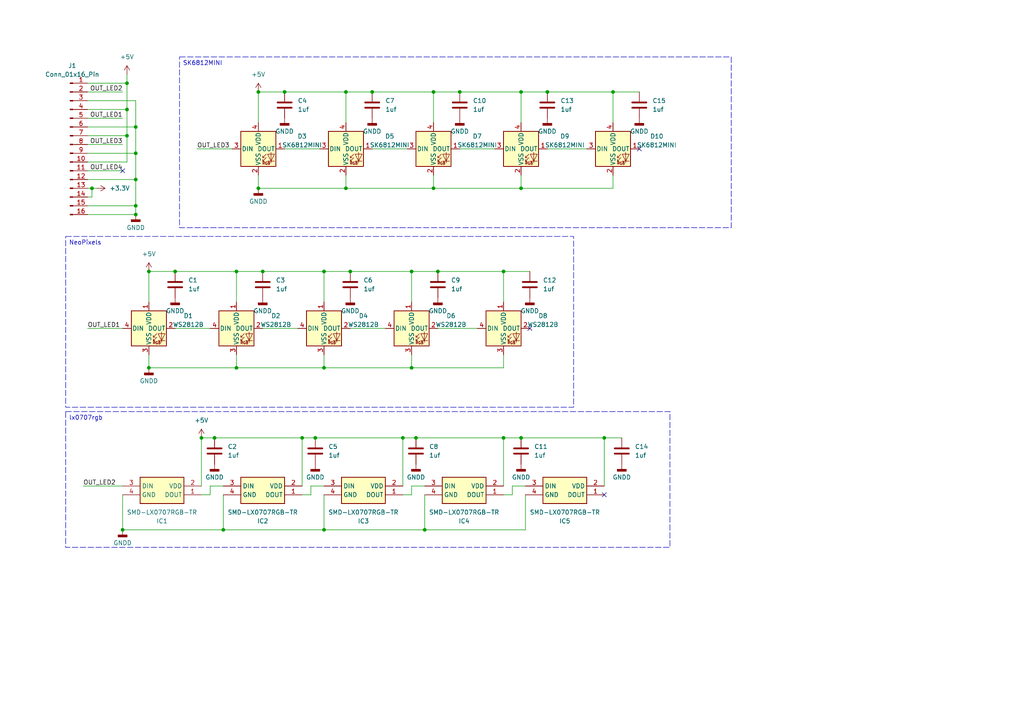
<source format=kicad_sch>
(kicad_sch (version 20230121) (generator eeschema)
  (paper "A4")
  (lib_symbols
    (symbol "Connector:Conn_01x16_Pin" (pin_names (offset 1.016) hide)
      (property "Reference" "J" (at 0 20.32 0))
      (property "Value" "Conn_01x16_Pin" (at 0 -22.86 0))
      (symbol "Conn_01x16_Pin_1_1"
        (polyline (pts (xy 1.27 -20.32) (xy 0.8636 -20.32)) (stroke (width 0.1524)))
        (polyline (pts (xy 1.27 -17.78) (xy 0.8636 -17.78)) (stroke (width 0.1524)))
        (polyline (pts (xy 1.27 -15.24) (xy 0.8636 -15.24)) (stroke (width 0.1524)))
        (polyline (pts (xy 1.27 -12.7) (xy 0.8636 -12.7)) (stroke (width 0.1524)))
        (polyline (pts (xy 1.27 -10.16) (xy 0.8636 -10.16)) (stroke (width 0.1524)))
        (polyline (pts (xy 1.27 -7.62) (xy 0.8636 -7.62)) (stroke (width 0.1524)))
        (polyline (pts (xy 1.27 -5.08) (xy 0.8636 -5.08)) (stroke (width 0.1524)))
        (polyline (pts (xy 1.27 -2.54) (xy 0.8636 -2.54)) (stroke (width 0.1524)))
        (polyline (pts (xy 1.27 0) (xy 0.8636 0)) (stroke (width 0.1524)))
        (polyline (pts (xy 1.27 2.54) (xy 0.8636 2.54)) (stroke (width 0.1524)))
        (polyline (pts (xy 1.27 5.08) (xy 0.8636 5.08)) (stroke (width 0.1524)))
        (polyline (pts (xy 1.27 7.62) (xy 0.8636 7.62)) (stroke (width 0.1524)))
        (polyline (pts (xy 1.27 10.16) (xy 0.8636 10.16)) (stroke (width 0.1524)))
        (polyline (pts (xy 1.27 12.7) (xy 0.8636 12.7)) (stroke (width 0.1524)))
        (polyline (pts (xy 1.27 15.24) (xy 0.8636 15.24)) (stroke (width 0.1524)))
        (polyline (pts (xy 1.27 17.78) (xy 0.8636 17.78)) (stroke (width 0.1524)))
        (rectangle (start 0.8636 -20.193) (end 0 -20.447) (stroke (width 0.1524)) (fill (type outline)))
        (rectangle (start 0.8636 -17.653) (end 0 -17.907) (stroke (width 0.1524)) (fill (type outline)))
        (rectangle (start 0.8636 -15.113) (end 0 -15.367) (stroke (width 0.1524)) (fill (type outline)))
        (rectangle (start 0.8636 -12.573) (end 0 -12.827) (stroke (width 0.1524)) (fill (type outline)))
        (rectangle (start 0.8636 -10.033) (end 0 -10.287) (stroke (width 0.1524)) (fill (type outline)))
        (rectangle (start 0.8636 -7.493) (end 0 -7.747) (stroke (width 0.1524)) (fill (type outline)))
        (rectangle (start 0.8636 -4.953) (end 0 -5.207) (stroke (width 0.1524)) (fill (type outline)))
        (rectangle (start 0.8636 -2.413) (end 0 -2.667) (stroke (width 0.1524)) (fill (type outline)))
        (rectangle (start 0.8636 0.127) (end 0 -0.127) (stroke (width 0.1524)) (fill (type outline)))
        (rectangle (start 0.8636 2.667) (end 0 2.413) (stroke (width 0.1524)) (fill (type outline)))
        (rectangle (start 0.8636 5.207) (end 0 4.953) (stroke (width 0.1524)) (fill (type outline)))
        (rectangle (start 0.8636 7.747) (end 0 7.493) (stroke (width 0.1524)) (fill (type outline)))
        (rectangle (start 0.8636 10.287) (end 0 10.033) (stroke (width 0.1524)) (fill (type outline)))
        (rectangle (start 0.8636 12.827) (end 0 12.573) (stroke (width 0.1524)) (fill (type outline)))
        (rectangle (start 0.8636 15.367) (end 0 15.113) (stroke (width 0.1524)) (fill (type outline)))
        (rectangle (start 0.8636 17.907) (end 0 17.653) (stroke (width 0.1524)) (fill (type outline)))
        (pin passive line (at 5.08 17.78 180) (length 3.81) (name "Pin_1") (number "1"))
        (pin passive line (at 5.08 -5.08 180) (length 3.81) (name "Pin_10") (number "10"))
        (pin passive line (at 5.08 -7.62 180) (length 3.81) (name "Pin_11") (number "11"))
        (pin passive line (at 5.08 -10.16 180) (length 3.81) (name "Pin_12") (number "12"))
        (pin passive line (at 5.08 -12.7 180) (length 3.81) (name "Pin_13") (number "13"))
        (pin passive line (at 5.08 -15.24 180) (length 3.81) (name "Pin_14") (number "14"))
        (pin passive line (at 5.08 -17.78 180) (length 3.81) (name "Pin_15") (number "15"))
        (pin passive line (at 5.08 -20.32 180) (length 3.81) (name "Pin_16") (number "16"))
        (pin passive line (at 5.08 15.24 180) (length 3.81) (name "Pin_2") (number "2"))
        (pin passive line (at 5.08 12.7 180) (length 3.81) (name "Pin_3") (number "3"))
        (pin passive line (at 5.08 10.16 180) (length 3.81) (name "Pin_4") (number "4"))
        (pin passive line (at 5.08 7.62 180) (length 3.81) (name "Pin_5") (number "5"))
        (pin passive line (at 5.08 5.08 180) (length 3.81) (name "Pin_6") (number "6"))
        (pin passive line (at 5.08 2.54 180) (length 3.81) (name "Pin_7") (number "7"))
        (pin passive line (at 5.08 0 180) (length 3.81) (name "Pin_8") (number "8"))
        (pin passive line (at 5.08 -2.54 180) (length 3.81) (name "Pin_9") (number "9"))
      )
    )
    (symbol "Device:C" (pin_numbers hide) (pin_names (offset 0.254))
      (property "Reference" "C" (at 0.635 2.54 0))
      (property "Value" "C" (at 0.635 -2.54 0))
      (symbol "C_0_1"
        (polyline (pts (xy -2.032 -0.762) (xy 2.032 -0.762)) (stroke (width 0.508)))
        (polyline (pts (xy -2.032 0.762) (xy 2.032 0.762)) (stroke (width 0.508)))
      )
      (symbol "C_1_1"
        (pin passive line (at 0 3.81 270) (length 2.794) (name "~") (number "1"))
        (pin passive line (at 0 -3.81 90) (length 2.794) (name "~") (number "2"))
      )
    )
    (symbol "LED:SK6812MINI" (pin_names (offset 0.254))
      (property "Reference" "D" (at 5.08 5.715 0))
      (property "Value" "SK6812MINI" (at 1.27 -5.715 0))
      (symbol "SK6812MINI_0_0"
        (text "RGB" (at 2.286 -4.191 0) (effects (font (size 0.762 0.762))))
      )
      (symbol "SK6812MINI_0_1"
        (polyline (pts (xy 1.27 -3.556) (xy 1.778 -3.556)))
        (polyline (pts (xy 1.27 -2.54) (xy 1.778 -2.54)))
        (polyline (pts (xy 4.699 -3.556) (xy 2.667 -3.556)))
        (polyline (pts (xy 2.286 -2.54) (xy 1.27 -3.556) (xy 1.27 -3.048)))
        (polyline (pts (xy 2.286 -1.524) (xy 1.27 -2.54) (xy 1.27 -2.032)))
        (polyline (pts (xy 3.683 -1.016) (xy 3.683 -3.556) (xy 3.683 -4.064)))
        (polyline (pts (xy 4.699 -1.524) (xy 2.667 -1.524) (xy 3.683 -3.556) (xy 4.699 -1.524)))
        (rectangle (start 5.08 5.08) (end -5.08 -5.08) (stroke (width 0.254)) (fill (type background)))
      )
      (symbol "SK6812MINI_1_1"
        (pin output line (at 7.62 0 180) (length 2.54) (name "DOUT") (number "1"))
        (pin power_in line (at 0 -7.62 90) (length 2.54) (name "VSS") (number "2"))
        (pin input line (at -7.62 0 0) (length 2.54) (name "DIN") (number "3"))
        (pin power_in line (at 0 7.62 270) (length 2.54) (name "VDD") (number "4"))
      )
    )
    (symbol "LED:WS2812B" (pin_names (offset 0.254))
      (property "Reference" "D" (at 5.08 5.715 0))
      (property "Value" "WS2812B" (at 1.27 -5.715 0))
      (symbol "WS2812B_0_0"
        (text "RGB" (at 2.286 -4.191 0) (effects (font (size 0.762 0.762))))
      )
      (symbol "WS2812B_0_1"
        (polyline (pts (xy 1.27 -3.556) (xy 1.778 -3.556)))
        (polyline (pts (xy 1.27 -2.54) (xy 1.778 -2.54)))
        (polyline (pts (xy 4.699 -3.556) (xy 2.667 -3.556)))
        (polyline (pts (xy 2.286 -2.54) (xy 1.27 -3.556) (xy 1.27 -3.048)))
        (polyline (pts (xy 2.286 -1.524) (xy 1.27 -2.54) (xy 1.27 -2.032)))
        (polyline (pts (xy 3.683 -1.016) (xy 3.683 -3.556) (xy 3.683 -4.064)))
        (polyline (pts (xy 4.699 -1.524) (xy 2.667 -1.524) (xy 3.683 -3.556) (xy 4.699 -1.524)))
        (rectangle (start 5.08 5.08) (end -5.08 -5.08) (stroke (width 0.254)) (fill (type background)))
      )
      (symbol "WS2812B_1_1"
        (pin power_in line (at 0 7.62 270) (length 2.54) (name "VDD") (number "1"))
        (pin output line (at 7.62 0 180) (length 2.54) (name "DOUT") (number "2"))
        (pin power_in line (at 0 -7.62 90) (length 2.54) (name "VSS") (number "3"))
        (pin input line (at -7.62 0 0) (length 2.54) (name "DIN") (number "4"))
      )
    )
    (symbol "SamacSys_Parts:SMD-LX0707RGB-TR"
      (property "Reference" "IC1" (at 11.43 7.62 0))
      (property "Value" "SMD-LX0707RGB-TR" (at 11.43 5.08 0))
      (symbol "SMD-LX0707RGB-TR_1_1"
        (rectangle (start 5.08 2.54) (end 17.78 -5.08) (stroke (width 0.254)) (fill (type background)))
        (pin passive line (at 22.86 0 180) (length 5.08) (name "DOUT") (number "1"))
        (pin passive line (at 22.86 -2.54 180) (length 5.08) (name "VDD") (number "2"))
        (pin passive line (at 0 -2.54 0) (length 5.08) (name "DIN") (number "3"))
        (pin passive line (at 0 0 0) (length 5.08) (name "GND") (number "4"))
      )
    )
    (symbol "power:+3.3V" (power) (pin_names (offset 0))
      (property "Value" "+3.3V" (at 0 3.556 0))
      (symbol "+3.3V_0_1"
        (polyline (pts (xy -0.762 1.27) (xy 0 2.54)))
        (polyline (pts (xy 0 0) (xy 0 2.54)))
        (polyline (pts (xy 0 2.54) (xy 0.762 1.27)))
      )
      (symbol "+3.3V_1_1"
        (pin power_in line (at 0 0 90) (length 0) hide (name "+3.3V") (number "1"))
      )
    )
    (symbol "power:+5V" (power) (pin_names (offset 0))
      (property "Value" "+5V" (at 0 3.556 0))
      (symbol "+5V_0_1"
        (polyline (pts (xy -0.762 1.27) (xy 0 2.54)))
        (polyline (pts (xy 0 0) (xy 0 2.54)))
        (polyline (pts (xy 0 2.54) (xy 0.762 1.27)))
      )
      (symbol "+5V_1_1"
        (pin power_in line (at 0 0 90) (length 0) hide (name "+5V") (number "1"))
      )
    )
    (symbol "power:GNDD" (power) (pin_names (offset 0))
      (property "Value" "GNDD" (at 0 -3.175 0))
      (symbol "GNDD_0_1"
        (rectangle (start -1.27 -1.524) (end 1.27 -2.032) (stroke (width 0.254)) (fill (type outline)))
        (polyline (pts (xy 0 0) (xy 0 -1.524)))
      )
      (symbol "GNDD_1_1"
        (pin power_in line (at 0 0 270) (length 0) hide (name "GNDD") (number "1"))
      )
    )
  )
  (junction (at 50.8 78.74))
  (junction (at 93.98 106.68))
  (junction (at 36.83 31.75))
  (junction (at 93.98 78.74))
  (junction (at 39.37 52.07))
  (junction (at 133.35 26.67))
  (junction (at 26.67 54.61))
  (junction (at 87.63 127))
  (junction (at 39.37 62.23))
  (junction (at 123.19 153.67))
  (junction (at 177.8 26.67))
  (junction (at 100.33 26.67))
  (junction (at 120.65 127))
  (junction (at 116.84 127))
  (junction (at 35.56 153.67))
  (junction (at 151.13 127))
  (junction (at 93.98 153.67))
  (junction (at 91.44 127))
  (junction (at 146.05 78.74))
  (junction (at 68.58 78.74))
  (junction (at 146.05 127))
  (junction (at 151.13 26.67))
  (junction (at 39.37 36.83))
  (junction (at 119.38 78.74))
  (junction (at 36.83 39.37))
  (junction (at 119.38 106.68))
  (junction (at 76.2 78.74))
  (junction (at 39.37 59.69))
  (junction (at 74.93 26.67))
  (junction (at 82.55 26.67))
  (junction (at 100.33 54.61))
  (junction (at 58.42 127))
  (junction (at 43.18 78.74))
  (junction (at 158.75 26.67))
  (junction (at 125.73 54.61))
  (junction (at 64.77 153.67))
  (junction (at 151.13 54.61))
  (junction (at 62.23 127))
  (junction (at 101.6 78.74))
  (junction (at 107.95 26.67))
  (junction (at 36.83 24.13))
  (junction (at 74.93 54.61))
  (junction (at 175.26 127))
  (junction (at 39.37 44.45))
  (junction (at 43.18 106.68))
  (junction (at 68.58 106.68))
  (junction (at 127 78.74))
  (junction (at 125.73 26.67))
  (no_connect (at 153.67 95.25))
  (no_connect (at 35.56 49.53))
  (no_connect (at 175.26 143.51))
  (no_connect (at 185.42 43.18))
  (wire (pts (xy 93.98 78.74) (xy 76.2 78.74)))
  (wire (pts (xy 101.6 95.25) (xy 111.76 95.25)))
  (wire (pts (xy 25.4 44.45) (xy 39.37 44.45)))
  (wire (pts (xy 127 78.74) (xy 119.38 78.74)))
  (wire (pts (xy 123.19 143.51) (xy 123.19 153.67)))
  (wire (pts (xy 87.63 140.97) (xy 87.63 127)))
  (wire (pts (xy 127 95.25) (xy 138.43 95.25)))
  (wire (pts (xy 151.13 127) (xy 146.05 127)))
  (wire (pts (xy 119.38 78.74) (xy 119.38 87.63)))
  (wire (pts (xy 120.65 127) (xy 116.84 127)))
  (wire (pts (xy 133.35 26.67) (xy 125.73 26.67)))
  (wire (pts (xy 151.13 26.67) (xy 151.13 35.56)))
  (wire (pts (xy 107.95 43.18) (xy 118.11 43.18)))
  (wire (pts (xy 90.17 143.51) (xy 90.17 140.97)))
  (wire (pts (xy 25.4 41.91) (xy 35.56 41.91)))
  (wire (pts (xy 25.4 29.21) (xy 39.37 29.21)))
  (wire (pts (xy 177.8 50.8) (xy 177.8 54.61)))
  (wire (pts (xy 107.95 26.67) (xy 100.33 26.67)))
  (wire (pts (xy 87.63 143.51) (xy 90.17 143.51)))
  (wire (pts (xy 25.4 52.07) (xy 39.37 52.07)))
  (wire (pts (xy 93.98 78.74) (xy 93.98 87.63)))
  (wire (pts (xy 148.59 140.97) (xy 152.4 140.97)))
  (wire (pts (xy 119.38 143.51) (xy 119.38 140.97)))
  (wire (pts (xy 60.96 140.97) (xy 64.77 140.97)))
  (wire (pts (xy 119.38 102.87) (xy 119.38 106.68)))
  (wire (pts (xy 177.8 26.67) (xy 158.75 26.67)))
  (wire (pts (xy 101.6 78.74) (xy 93.98 78.74)))
  (wire (pts (xy 58.42 143.51) (xy 60.96 143.51)))
  (wire (pts (xy 25.4 62.23) (xy 39.37 62.23)))
  (wire (pts (xy 25.4 59.69) (xy 39.37 59.69)))
  (wire (pts (xy 82.55 43.18) (xy 92.71 43.18)))
  (wire (pts (xy 25.4 36.83) (xy 39.37 36.83)))
  (wire (pts (xy 26.67 54.61) (xy 27.94 54.61)))
  (wire (pts (xy 39.37 29.21) (xy 39.37 36.83)))
  (wire (pts (xy 26.67 57.15) (xy 26.67 54.61)))
  (wire (pts (xy 175.26 127) (xy 180.34 127)))
  (wire (pts (xy 74.93 50.8) (xy 74.93 54.61)))
  (wire (pts (xy 25.4 31.75) (xy 36.83 31.75)))
  (wire (pts (xy 25.4 49.53) (xy 35.56 49.53)))
  (wire (pts (xy 151.13 54.61) (xy 125.73 54.61)))
  (wire (pts (xy 68.58 106.68) (xy 43.18 106.68)))
  (wire (pts (xy 148.59 143.51) (xy 148.59 140.97)))
  (wire (pts (xy 62.23 127) (xy 58.42 127)))
  (wire (pts (xy 82.55 26.67) (xy 74.93 26.67)))
  (wire (pts (xy 100.33 54.61) (xy 74.93 54.61)))
  (wire (pts (xy 177.8 26.67) (xy 185.42 26.67)))
  (wire (pts (xy 125.73 26.67) (xy 125.73 35.56)))
  (wire (pts (xy 35.56 143.51) (xy 35.56 153.67)))
  (wire (pts (xy 158.75 26.67) (xy 151.13 26.67)))
  (wire (pts (xy 25.4 39.37) (xy 36.83 39.37)))
  (wire (pts (xy 36.83 46.99) (xy 36.83 39.37)))
  (wire (pts (xy 93.98 106.68) (xy 68.58 106.68)))
  (wire (pts (xy 119.38 140.97) (xy 123.19 140.97)))
  (wire (pts (xy 175.26 127) (xy 151.13 127)))
  (wire (pts (xy 87.63 127) (xy 62.23 127)))
  (wire (pts (xy 100.33 26.67) (xy 100.33 35.56)))
  (wire (pts (xy 125.73 26.67) (xy 107.95 26.67)))
  (wire (pts (xy 43.18 102.87) (xy 43.18 106.68)))
  (wire (pts (xy 158.75 43.18) (xy 170.18 43.18)))
  (wire (pts (xy 25.4 46.99) (xy 36.83 46.99)))
  (wire (pts (xy 25.4 26.67) (xy 35.56 26.67)))
  (wire (pts (xy 152.4 153.67) (xy 123.19 153.67)))
  (wire (pts (xy 93.98 143.51) (xy 93.98 153.67)))
  (wire (pts (xy 146.05 78.74) (xy 127 78.74)))
  (wire (pts (xy 36.83 24.13) (xy 36.83 21.59)))
  (wire (pts (xy 146.05 106.68) (xy 119.38 106.68)))
  (wire (pts (xy 39.37 44.45) (xy 39.37 52.07)))
  (wire (pts (xy 24.13 140.97) (xy 35.56 140.97)))
  (wire (pts (xy 76.2 78.74) (xy 68.58 78.74)))
  (wire (pts (xy 123.19 153.67) (xy 93.98 153.67)))
  (wire (pts (xy 125.73 50.8) (xy 125.73 54.61)))
  (wire (pts (xy 133.35 43.18) (xy 143.51 43.18)))
  (wire (pts (xy 68.58 102.87) (xy 68.58 106.68)))
  (wire (pts (xy 36.83 39.37) (xy 36.83 31.75)))
  (wire (pts (xy 125.73 54.61) (xy 100.33 54.61)))
  (wire (pts (xy 26.67 54.61) (xy 25.4 54.61)))
  (wire (pts (xy 25.4 57.15) (xy 26.67 57.15)))
  (wire (pts (xy 74.93 26.67) (xy 74.93 35.56)))
  (wire (pts (xy 25.4 24.13) (xy 36.83 24.13)))
  (wire (pts (xy 151.13 50.8) (xy 151.13 54.61)))
  (wire (pts (xy 146.05 140.97) (xy 146.05 127)))
  (wire (pts (xy 152.4 143.51) (xy 152.4 153.67)))
  (wire (pts (xy 25.4 34.29) (xy 35.56 34.29)))
  (wire (pts (xy 119.38 78.74) (xy 101.6 78.74)))
  (wire (pts (xy 146.05 127) (xy 120.65 127)))
  (wire (pts (xy 91.44 127) (xy 87.63 127)))
  (wire (pts (xy 57.15 43.18) (xy 67.31 43.18)))
  (wire (pts (xy 60.96 143.51) (xy 60.96 140.97)))
  (wire (pts (xy 175.26 140.97) (xy 175.26 127)))
  (wire (pts (xy 50.8 78.74) (xy 43.18 78.74)))
  (wire (pts (xy 93.98 102.87) (xy 93.98 106.68)))
  (wire (pts (xy 36.83 31.75) (xy 36.83 24.13)))
  (wire (pts (xy 116.84 127) (xy 91.44 127)))
  (wire (pts (xy 39.37 52.07) (xy 39.37 59.69)))
  (wire (pts (xy 146.05 78.74) (xy 153.67 78.74)))
  (wire (pts (xy 146.05 102.87) (xy 146.05 106.68)))
  (wire (pts (xy 177.8 54.61) (xy 151.13 54.61)))
  (wire (pts (xy 151.13 26.67) (xy 133.35 26.67)))
  (wire (pts (xy 39.37 36.83) (xy 39.37 44.45)))
  (wire (pts (xy 119.38 106.68) (xy 93.98 106.68)))
  (wire (pts (xy 64.77 153.67) (xy 35.56 153.67)))
  (wire (pts (xy 39.37 59.69) (xy 39.37 62.23)))
  (wire (pts (xy 50.8 95.25) (xy 60.96 95.25)))
  (wire (pts (xy 43.18 78.74) (xy 43.18 87.63)))
  (wire (pts (xy 177.8 26.67) (xy 177.8 35.56)))
  (wire (pts (xy 58.42 127) (xy 58.42 140.97)))
  (wire (pts (xy 146.05 143.51) (xy 148.59 143.51)))
  (wire (pts (xy 64.77 143.51) (xy 64.77 153.67)))
  (wire (pts (xy 76.2 95.25) (xy 86.36 95.25)))
  (wire (pts (xy 93.98 153.67) (xy 64.77 153.67)))
  (wire (pts (xy 116.84 143.51) (xy 119.38 143.51)))
  (wire (pts (xy 146.05 78.74) (xy 146.05 87.63)))
  (wire (pts (xy 68.58 78.74) (xy 50.8 78.74)))
  (wire (pts (xy 116.84 140.97) (xy 116.84 127)))
  (wire (pts (xy 25.4 95.25) (xy 35.56 95.25)))
  (wire (pts (xy 90.17 140.97) (xy 93.98 140.97)))
  (wire (pts (xy 68.58 78.74) (xy 68.58 87.63)))
  (wire (pts (xy 100.33 50.8) (xy 100.33 54.61)))
  (wire (pts (xy 100.33 26.67) (xy 82.55 26.67)))
  (text_box "lx0707rgb" (at 19.05 119.38 0) (size 175.26 39.37) (stroke (width 0) (type dash)) (effects (font (size 1.27 1.27)) (justify left top)))
  (text_box "NeoPixels" (at 19.05 68.58 0) (size 147.32 49.53) (stroke (width 0) (type dash)) (effects (font (size 1.27 1.27)) (justify left top)))
  (text_box "SK6812MINI" (at 52.07 16.51 0) (size 160.02 49.53) (stroke (width 0) (type dash)) (effects (font (size 1.27 1.27)) (justify left top)))
  (label "OUT_LED2" (at 24.13 140.97 0))
  (label "OUT_LED2" (at 35.56 26.67 180))
  (label "OUT_LED1" (at 25.4 95.25 0))
  (label "OUT_LED3" (at 57.15 43.18 0))
  (label "OUT_LED4" (at 35.56 49.53 180))
  (label "OUT_LED3" (at 35.56 41.91 180))
  (label "OUT_LED1" (at 35.56 34.29 180))
  (symbol (lib_id "Device:C") (at 50.8 82.55 0) (unit 1)
    (property "Reference" "C1" (at 54.61 81.28 0) (effects (justify left)))
    (property "Value" "1uf" (at 54.61 83.82 0) (effects (justify left)))
    (property "Footprint" "Capacitor_SMD:C_0603_1608Metric_Pad1.08x0.95mm_HandSolder" (effects hide))
  )
  (symbol (lib_id "power:GNDD") (at 133.35 34.29 0) (unit 1)
    (property "Reference" "#PWR019" (effects hide))
    (property "Value" "GNDD" (at 133.35 38.1 0))
  )
  (symbol (lib_id "LED:WS2812B") (at 93.98 95.25 0) (unit 1)
    (property "Reference" "D4" (at 105.41 91.6021 0))
    (property "Value" "WS2812B" (at 105.41 94.1421 0))
    (property "Footprint" "LED_SMD:LED_WS2812B_PLCC4_5.0x5.0mm_P3.2mm" (effects hide))
    (property "Datasheet" "https://cdn-shop.adafruit.com/datasheets/WS2812B.pdf" (effects hide))
  )
  (symbol (lib_id "SamacSys_Parts:SMD-LX0707RGB-TR") (at 64.77 143.51 0) (mirror x) (unit 1)
    (property "Reference" "IC2" (at 76.2 151.13 0))
    (property "Value" "SMD-LX0707RGB-TR" (at 76.2 148.59 0))
    (property "Footprint" "SMDLX0707RGBTR" (effects hide))
    (property "Datasheet" "https://www.lumex.com/spec/SMD-LX0707RGB-TR.pdf" (effects hide))
    (property "Height" "0.65" (effects hide))
    (property "Manufacturer_Name" "Lumex" (effects hide))
    (property "Manufacturer_Part_Number" "SMD-LX0707RGB-TR" (effects hide))
    (property "Mouser Part Number" "696-SMDLX0707RGBTR" (effects hide))
    (property "Mouser Price/Stock" "https://www.mouser.co.uk/ProductDetail/Lumex/SMD-LX0707RGB-TR?qs=u16ybLDytRYfAsx%252BT62puQ%3D%3D" (effects hide))
  )
  (symbol (lib_id "Device:C") (at 76.2 82.55 0) (unit 1)
    (property "Reference" "C3" (at 80.01 81.28 0) (effects (justify left)))
    (property "Value" "1uf" (at 80.01 83.82 0) (effects (justify left)))
    (property "Footprint" "Capacitor_SMD:C_0603_1608Metric_Pad1.08x0.95mm_HandSolder" (effects hide))
  )
  (symbol (lib_id "power:GNDD") (at 39.37 62.23 0) (unit 1)
    (property "Reference" "#PWR04" (effects hide))
    (property "Value" "GNDD" (at 39.37 66.04 0))
  )
  (symbol (lib_id "Device:C") (at 62.23 130.81 0) (unit 1)
    (property "Reference" "C2" (at 66.04 129.54 0) (effects (justify left)))
    (property "Value" "1uf" (at 66.04 132.08 0) (effects (justify left)))
    (property "Footprint" "Capacitor_SMD:C_0603_1608Metric_Pad1.08x0.95mm_HandSolder" (effects hide))
  )
  (symbol (lib_id "LED:SK6812MINI") (at 74.93 43.18 0) (unit 1)
    (property "Reference" "D3" (at 87.63 39.5321 0))
    (property "Value" "SK6812MINI" (at 87.63 42.0721 0))
    (property "Footprint" "LED_SMD:LED_SK6812MINI_PLCC4_3.5x3.5mm_P1.75mm" (effects hide))
    (property "Datasheet" "https://cdn-shop.adafruit.com/product-files/2686/SK6812MINI_REV.01-1-2.pdf" (effects hide))
  )
  (symbol (lib_id "LED:SK6812MINI") (at 125.73 43.18 0) (unit 1)
    (property "Reference" "D7" (at 138.43 39.5321 0))
    (property "Value" "SK6812MINI" (at 138.43 42.0721 0))
    (property "Footprint" "LED_SMD:LED_SK6812MINI_PLCC4_3.5x3.5mm_P1.75mm" (effects hide))
    (property "Datasheet" "https://cdn-shop.adafruit.com/product-files/2686/SK6812MINI_REV.01-1-2.pdf" (effects hide))
  )
  (symbol (lib_id "power:+5V") (at 74.93 26.67 0) (unit 1)
    (property "Reference" "#PWR010" (effects hide))
    (property "Value" "+5V" (at 74.93 21.59 0))
  )
  (symbol (lib_id "Device:C") (at 158.75 30.48 0) (unit 1)
    (property "Reference" "C13" (at 162.56 29.21 0) (effects (justify left)))
    (property "Value" "1uf" (at 162.56 31.75 0) (effects (justify left)))
    (property "Footprint" "Capacitor_SMD:C_0603_1608Metric_Pad1.08x0.95mm_HandSolder" (effects hide))
  )
  (symbol (lib_id "Device:C") (at 151.13 130.81 0) (unit 1)
    (property "Reference" "C11" (at 154.94 129.54 0) (effects (justify left)))
    (property "Value" "1uf" (at 154.94 132.08 0) (effects (justify left)))
    (property "Footprint" "Capacitor_SMD:C_0603_1608Metric_Pad1.08x0.95mm_HandSolder" (effects hide))
  )
  (symbol (lib_id "Device:C") (at 120.65 130.81 0) (unit 1)
    (property "Reference" "C8" (at 124.46 129.54 0) (effects (justify left)))
    (property "Value" "1uf" (at 124.46 132.08 0) (effects (justify left)))
    (property "Footprint" "Capacitor_SMD:C_0603_1608Metric_Pad1.08x0.95mm_HandSolder" (effects hide))
  )
  (symbol (lib_id "LED:SK6812MINI") (at 177.8 43.18 0) (unit 1)
    (property "Reference" "D10" (at 190.5 39.5321 0))
    (property "Value" "SK6812MINI" (at 190.5 42.0721 0))
    (property "Footprint" "LED_SMD:LED_SK6812MINI_PLCC4_3.5x3.5mm_P1.75mm" (effects hide))
    (property "Datasheet" "https://cdn-shop.adafruit.com/product-files/2686/SK6812MINI_REV.01-1-2.pdf" (effects hide))
  )
  (symbol (lib_id "Device:C") (at 133.35 30.48 0) (unit 1)
    (property "Reference" "C10" (at 137.16 29.21 0) (effects (justify left)))
    (property "Value" "1uf" (at 137.16 31.75 0) (effects (justify left)))
    (property "Footprint" "Capacitor_SMD:C_0603_1608Metric_Pad1.08x0.95mm_HandSolder" (effects hide))
  )
  (symbol (lib_id "Device:C") (at 91.44 130.81 0) (unit 1)
    (property "Reference" "C5" (at 95.25 129.54 0) (effects (justify left)))
    (property "Value" "1uf" (at 95.25 132.08 0) (effects (justify left)))
    (property "Footprint" "Capacitor_SMD:C_0603_1608Metric_Pad1.08x0.95mm_HandSolder" (effects hide))
  )
  (symbol (lib_id "power:GNDD") (at 82.55 34.29 0) (unit 1)
    (property "Reference" "#PWR013" (effects hide))
    (property "Value" "GNDD" (at 82.55 38.1 0))
  )
  (symbol (lib_id "Device:C") (at 82.55 30.48 0) (unit 1)
    (property "Reference" "C4" (at 86.36 29.21 0) (effects (justify left)))
    (property "Value" "1uf" (at 86.36 31.75 0) (effects (justify left)))
    (property "Footprint" "Capacitor_SMD:C_0603_1608Metric_Pad1.08x0.95mm_HandSolder" (effects hide))
  )
  (symbol (lib_id "Device:C") (at 153.67 82.55 0) (unit 1)
    (property "Reference" "C12" (at 157.48 81.28 0) (effects (justify left)))
    (property "Value" "1uf" (at 157.48 83.82 0) (effects (justify left)))
    (property "Footprint" "Capacitor_SMD:C_0603_1608Metric_Pad1.08x0.95mm_HandSolder" (effects hide))
  )
  (symbol (lib_id "SamacSys_Parts:SMD-LX0707RGB-TR") (at 152.4 143.51 0) (mirror x) (unit 1)
    (property "Reference" "IC5" (at 163.83 151.13 0))
    (property "Value" "SMD-LX0707RGB-TR" (at 163.83 148.59 0))
    (property "Footprint" "SMDLX0707RGBTR" (effects hide))
    (property "Datasheet" "https://www.lumex.com/spec/SMD-LX0707RGB-TR.pdf" (effects hide))
    (property "Height" "0.65" (effects hide))
    (property "Manufacturer_Name" "Lumex" (effects hide))
    (property "Manufacturer_Part_Number" "SMD-LX0707RGB-TR" (effects hide))
    (property "Mouser Part Number" "696-SMDLX0707RGBTR" (effects hide))
    (property "Mouser Price/Stock" "https://www.mouser.co.uk/ProductDetail/Lumex/SMD-LX0707RGB-TR?qs=u16ybLDytRYfAsx%252BT62puQ%3D%3D" (effects hide))
  )
  (symbol (lib_id "power:GNDD") (at 158.75 34.29 0) (unit 1)
    (property "Reference" "#PWR022" (effects hide))
    (property "Value" "GNDD" (at 158.75 38.1 0))
  )
  (symbol (lib_id "power:GNDD") (at 153.67 86.36 0) (unit 1)
    (property "Reference" "#PWR021" (effects hide))
    (property "Value" "GNDD" (at 153.67 90.17 0))
  )
  (symbol (lib_id "power:GNDD") (at 43.18 106.68 0) (unit 1)
    (property "Reference" "#PWR06" (effects hide))
    (property "Value" "GNDD" (at 43.18 110.49 0))
  )
  (symbol (lib_id "LED:WS2812B") (at 146.05 95.25 0) (unit 1)
    (property "Reference" "D8" (at 157.48 91.6021 0))
    (property "Value" "WS2812B" (at 157.48 94.1421 0))
    (property "Footprint" "LED_SMD:LED_WS2812B_PLCC4_5.0x5.0mm_P3.2mm" (effects hide))
    (property "Datasheet" "https://cdn-shop.adafruit.com/datasheets/WS2812B.pdf" (effects hide))
  )
  (symbol (lib_id "power:GNDD") (at 50.8 86.36 0) (unit 1)
    (property "Reference" "#PWR07" (effects hide))
    (property "Value" "GNDD" (at 50.8 90.17 0))
  )
  (symbol (lib_id "power:+5V") (at 36.83 21.59 0) (unit 1)
    (property "Reference" "#PWR03" (effects hide))
    (property "Value" "+5V" (at 36.83 16.51 0))
  )
  (symbol (lib_id "LED:WS2812B") (at 119.38 95.25 0) (unit 1)
    (property "Reference" "D6" (at 130.81 91.6021 0))
    (property "Value" "WS2812B" (at 130.81 94.1421 0))
    (property "Footprint" "LED_SMD:LED_WS2812B_PLCC4_5.0x5.0mm_P3.2mm" (effects hide))
    (property "Datasheet" "https://cdn-shop.adafruit.com/datasheets/WS2812B.pdf" (effects hide))
  )
  (symbol (lib_id "Device:C") (at 180.34 130.81 0) (unit 1)
    (property "Reference" "C14" (at 184.15 129.54 0) (effects (justify left)))
    (property "Value" "1uf" (at 184.15 132.08 0) (effects (justify left)))
    (property "Footprint" "Capacitor_SMD:C_0603_1608Metric_Pad1.08x0.95mm_HandSolder" (effects hide))
  )
  (symbol (lib_id "Connector:Conn_01x16_Pin") (at 20.32 41.91 0) (unit 1)
    (property "Reference" "J1" (at 20.955 19.05 0))
    (property "Value" "Conn_01x16_Pin" (at 20.955 21.59 0))
    (property "Footprint" "User:Conn_1x16_FFC" (effects hide))
  )
  (symbol (lib_id "power:GNDD") (at 91.44 134.62 0) (unit 1)
    (property "Reference" "#PWR014" (effects hide))
    (property "Value" "GNDD" (at 91.44 138.43 0))
  )
  (symbol (lib_id "LED:WS2812B") (at 43.18 95.25 0) (unit 1)
    (property "Reference" "D1" (at 54.61 91.6021 0))
    (property "Value" "WS2812B" (at 54.61 94.1421 0))
    (property "Footprint" "LED_SMD:LED_WS2812B_PLCC4_5.0x5.0mm_P3.2mm" (effects hide))
    (property "Datasheet" "https://cdn-shop.adafruit.com/datasheets/WS2812B.pdf" (effects hide))
  )
  (symbol (lib_id "power:GNDD") (at 180.34 134.62 0) (unit 1)
    (property "Reference" "#PWR023" (effects hide))
    (property "Value" "GNDD" (at 180.34 138.43 0))
  )
  (symbol (lib_id "LED:SK6812MINI") (at 100.33 43.18 0) (unit 1)
    (property "Reference" "D5" (at 113.03 39.5321 0))
    (property "Value" "SK6812MINI" (at 113.03 42.0721 0))
    (property "Footprint" "LED_SMD:LED_SK6812MINI_PLCC4_3.5x3.5mm_P1.75mm" (effects hide))
    (property "Datasheet" "https://cdn-shop.adafruit.com/product-files/2686/SK6812MINI_REV.01-1-2.pdf" (effects hide))
  )
  (symbol (lib_id "power:GNDD") (at 35.56 153.67 0) (unit 1)
    (property "Reference" "#PWR02" (effects hide))
    (property "Value" "GNDD" (at 35.56 157.48 0))
  )
  (symbol (lib_id "SamacSys_Parts:SMD-LX0707RGB-TR") (at 93.98 143.51 0) (mirror x) (unit 1)
    (property "Reference" "IC3" (at 105.41 151.13 0))
    (property "Value" "SMD-LX0707RGB-TR" (at 105.41 148.59 0))
    (property "Footprint" "SMDLX0707RGBTR" (effects hide))
    (property "Datasheet" "https://www.lumex.com/spec/SMD-LX0707RGB-TR.pdf" (effects hide))
    (property "Height" "0.65" (effects hide))
    (property "Manufacturer_Name" "Lumex" (effects hide))
    (property "Manufacturer_Part_Number" "SMD-LX0707RGB-TR" (effects hide))
    (property "Mouser Part Number" "696-SMDLX0707RGBTR" (effects hide))
    (property "Mouser Price/Stock" "https://www.mouser.co.uk/ProductDetail/Lumex/SMD-LX0707RGB-TR?qs=u16ybLDytRYfAsx%252BT62puQ%3D%3D" (effects hide))
  )
  (symbol (lib_id "Device:C") (at 127 82.55 0) (unit 1)
    (property "Reference" "C9" (at 130.81 81.28 0) (effects (justify left)))
    (property "Value" "1uf" (at 130.81 83.82 0) (effects (justify left)))
    (property "Footprint" "Capacitor_SMD:C_0603_1608Metric_Pad1.08x0.95mm_HandSolder" (effects hide))
  )
  (symbol (lib_id "power:+5V") (at 58.42 127 0) (unit 1)
    (property "Reference" "#PWR08" (effects hide))
    (property "Value" "+5V" (at 58.42 121.92 0))
  )
  (symbol (lib_id "power:GNDD") (at 127 86.36 0) (unit 1)
    (property "Reference" "#PWR018" (effects hide))
    (property "Value" "GNDD" (at 127 90.17 0))
  )
  (symbol (lib_id "Device:C") (at 185.42 30.48 0) (unit 1)
    (property "Reference" "C15" (at 189.23 29.21 0) (effects (justify left)))
    (property "Value" "1uf" (at 189.23 31.75 0) (effects (justify left)))
    (property "Footprint" "Capacitor_SMD:C_0603_1608Metric_Pad1.08x0.95mm_HandSolder" (effects hide))
  )
  (symbol (lib_id "power:GNDD") (at 185.42 34.29 0) (unit 1)
    (property "Reference" "#PWR024" (effects hide))
    (property "Value" "GNDD" (at 185.42 38.1 0))
  )
  (symbol (lib_id "SamacSys_Parts:SMD-LX0707RGB-TR") (at 35.56 143.51 0) (mirror x) (unit 1)
    (property "Reference" "IC1" (at 46.99 151.13 0))
    (property "Value" "SMD-LX0707RGB-TR" (at 46.99 148.59 0))
    (property "Footprint" "SMDLX0707RGBTR" (effects hide))
    (property "Datasheet" "https://www.lumex.com/spec/SMD-LX0707RGB-TR.pdf" (effects hide))
    (property "Height" "0.65" (effects hide))
    (property "Manufacturer_Name" "Lumex" (effects hide))
    (property "Manufacturer_Part_Number" "SMD-LX0707RGB-TR" (effects hide))
    (property "Mouser Part Number" "696-SMDLX0707RGBTR" (effects hide))
    (property "Mouser Price/Stock" "https://www.mouser.co.uk/ProductDetail/Lumex/SMD-LX0707RGB-TR?qs=u16ybLDytRYfAsx%252BT62puQ%3D%3D" (effects hide))
  )
  (symbol (lib_id "power:GNDD") (at 76.2 86.36 0) (unit 1)
    (property "Reference" "#PWR012" (effects hide))
    (property "Value" "GNDD" (at 76.2 90.17 0))
  )
  (symbol (lib_id "power:GNDD") (at 107.95 34.29 0) (unit 1)
    (property "Reference" "#PWR016" (effects hide))
    (property "Value" "GNDD" (at 107.95 38.1 0))
  )
  (symbol (lib_id "Device:C") (at 107.95 30.48 0) (unit 1)
    (property "Reference" "C7" (at 111.76 29.21 0) (effects (justify left)))
    (property "Value" "1uf" (at 111.76 31.75 0) (effects (justify left)))
    (property "Footprint" "Capacitor_SMD:C_0603_1608Metric_Pad1.08x0.95mm_HandSolder" (effects hide))
  )
  (symbol (lib_id "LED:WS2812B") (at 68.58 95.25 0) (unit 1)
    (property "Reference" "D2" (at 80.01 91.6021 0))
    (property "Value" "WS2812B" (at 80.01 94.1421 0))
    (property "Footprint" "LED_SMD:LED_WS2812B_PLCC4_5.0x5.0mm_P3.2mm" (effects hide))
    (property "Datasheet" "https://cdn-shop.adafruit.com/datasheets/WS2812B.pdf" (effects hide))
  )
  (symbol (lib_id "power:GNDD") (at 74.93 54.61 0) (unit 1)
    (property "Reference" "#PWR011" (effects hide))
    (property "Value" "GNDD" (at 74.93 58.42 0))
  )
  (symbol (lib_id "power:+5V") (at 43.18 78.74 0) (unit 1)
    (property "Reference" "#PWR05" (effects hide))
    (property "Value" "+5V" (at 43.18 73.66 0))
  )
  (symbol (lib_id "power:GNDD") (at 120.65 134.62 0) (unit 1)
    (property "Reference" "#PWR017" (effects hide))
    (property "Value" "GNDD" (at 120.65 138.43 0))
  )
  (symbol (lib_id "power:GNDD") (at 151.13 134.62 0) (unit 1)
    (property "Reference" "#PWR020" (effects hide))
    (property "Value" "GNDD" (at 151.13 138.43 0))
  )
  (symbol (lib_id "power:GNDD") (at 62.23 134.62 0) (unit 1)
    (property "Reference" "#PWR09" (effects hide))
    (property "Value" "GNDD" (at 62.23 138.43 0))
  )
  (symbol (lib_id "Device:C") (at 101.6 82.55 0) (unit 1)
    (property "Reference" "C6" (at 105.41 81.28 0) (effects (justify left)))
    (property "Value" "1uf" (at 105.41 83.82 0) (effects (justify left)))
    (property "Footprint" "Capacitor_SMD:C_0603_1608Metric_Pad1.08x0.95mm_HandSolder" (effects hide))
  )
  (symbol (lib_id "power:GNDD") (at 101.6 86.36 0) (unit 1)
    (property "Reference" "#PWR015" (effects hide))
    (property "Value" "GNDD" (at 101.6 90.17 0))
  )
  (symbol (lib_id "power:+3.3V") (at 27.94 54.61 270) (unit 1)
    (property "Reference" "#PWR01" (effects hide))
    (property "Value" "+3.3V" (at 31.75 54.61 90) (effects (justify left)))
  )
  (symbol (lib_id "SamacSys_Parts:SMD-LX0707RGB-TR") (at 123.19 143.51 0) (mirror x) (unit 1)
    (property "Reference" "IC4" (at 134.62 151.13 0))
    (property "Value" "SMD-LX0707RGB-TR" (at 134.62 148.59 0))
    (property "Footprint" "SMDLX0707RGBTR" (effects hide))
    (property "Datasheet" "https://www.lumex.com/spec/SMD-LX0707RGB-TR.pdf" (effects hide))
    (property "Height" "0.65" (effects hide))
    (property "Manufacturer_Name" "Lumex" (effects hide))
    (property "Manufacturer_Part_Number" "SMD-LX0707RGB-TR" (effects hide))
    (property "Mouser Part Number" "696-SMDLX0707RGBTR" (effects hide))
    (property "Mouser Price/Stock" "https://www.mouser.co.uk/ProductDetail/Lumex/SMD-LX0707RGB-TR?qs=u16ybLDytRYfAsx%252BT62puQ%3D%3D" (effects hide))
  )
  (symbol (lib_id "LED:SK6812MINI") (at 151.13 43.18 0) (unit 1)
    (property "Reference" "D9" (at 163.83 39.5321 0))
    (property "Value" "SK6812MINI" (at 163.83 42.0721 0))
    (property "Footprint" "LED_SMD:LED_SK6812MINI_PLCC4_3.5x3.5mm_P1.75mm" (effects hide))
    (property "Datasheet" "https://cdn-shop.adafruit.com/product-files/2686/SK6812MINI_REV.01-1-2.pdf" (effects hide))
  )
)
</source>
